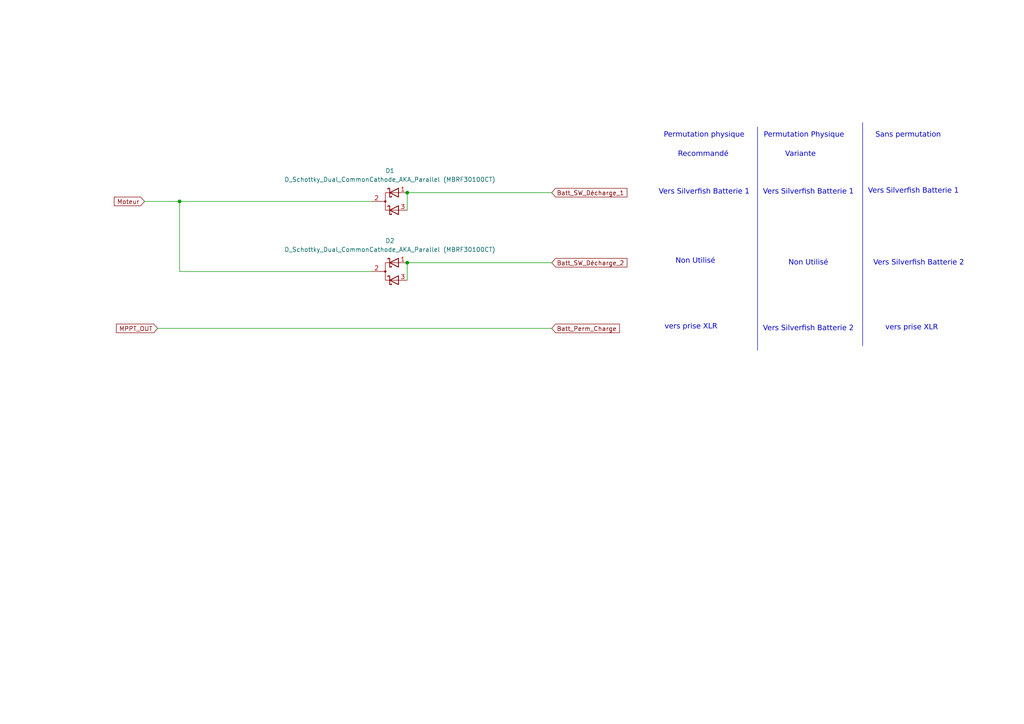
<source format=kicad_sch>
(kicad_sch (version 20231120) (generator "eeschema") (generator_version "8.0")
  (paper "A4")
  (title_block (title "Vhelio - Raccordement Deux Batteries - Options") (date "2024-12-27"))
  (lib_symbols
    (symbol "Device:D_Schottky_Dual_CommonCathode_AKA_Parallel" (pin_names (offset 0.762) hide)
      (property "Reference" "D" (at 0 5.08 0))
      (property "Value" "D_Schottky_Dual_CommonCathode_AKA_Parallel" (at 0 -5.08 0))
      (symbol "D_Schottky_Dual_CommonCathode_AKA_Parallel_0_1"
        (polyline (pts (xy 1.27 0) (xy 2.54 0)))
        (polyline (pts (xy -2.54 -2.54) (xy 1.27 -2.54) (xy 1.27 2.54) (xy -2.54 2.54)))
        (polyline (pts (xy -2.54 -1.27) (xy 0 -2.54) (xy -2.54 -3.81) (xy -2.54 -1.27) (xy -2.54 -1.27) (xy -2.54 -1.27)) (stroke (width 0.254)))
        (polyline (pts (xy -2.54 3.81) (xy 0 2.54) (xy -2.54 1.27) (xy -2.54 3.81) (xy -2.54 3.81) (xy -2.54 3.81)) (stroke (width 0.254)))
        (polyline (pts (xy 0.508 -1.524) (xy 0.508 -1.27) (xy 0 -1.27) (xy 0 -3.81) (xy -0.508 -3.81) (xy -0.508 -3.556)) (stroke (width 0.254)))
        (polyline (pts (xy 0.508 3.556) (xy 0.508 3.81) (xy 0 3.81) (xy 0 1.27) (xy -0.508 1.27) (xy -0.508 1.524)) (stroke (width 0.254)))
        (circle (center 1.27 0) (radius 0.254) (fill (type outline)))
        (pin passive line (at -5.08 2.54 0) (length 2.54) (name "K") (number "1"))
        (pin passive line (at 5.08 0 180) (length 2.54) (name "A") (number "2"))
        (pin passive line (at -5.08 -2.54 0) (length 2.54) (name "K") (number "3"))
      )
    )
  )
  (junction (at 118.11 55.88))
  (junction (at 52.07 58.42))
  (junction (at 118.11 76.2))
  (polyline (pts (xy 250.19 35.56) (xy 250.19 100.33)))
  (wire (pts (xy 45.72 95.25) (xy 160.02 95.25)))
  (polyline (pts (xy 219.71 36.83) (xy 219.71 101.6)))
  (wire (pts (xy 107.95 58.42) (xy 52.07 58.42)))
  (wire (pts (xy 118.11 76.2) (xy 160.02 76.2)))
  (wire (pts (xy 118.11 55.88) (xy 118.11 60.96)))
  (wire (pts (xy 52.07 58.42) (xy 41.91 58.42)))
  (wire (pts (xy 52.07 58.42) (xy 52.07 78.74)))
  (wire (pts (xy 118.11 76.2) (xy 118.11 81.28)))
  (wire (pts (xy 118.11 55.88) (xy 160.02 55.88)))
  (wire (pts (xy 52.07 78.74) (xy 107.95 78.74)))
  (text "Permutation Physique" (at 233.172 39.624 0) (effects (font (size 1.524 1.524))))
  (text "Vers Silverfish Batterie 2" (at 266.446 76.708 0) (effects (font (size 1.524 1.524))))
  (text "vers prise XLR" (at 200.406 95.25 0) (effects (font (size 1.524 1.524))))
  (text "Vers Silverfish Batterie 1" (at 204.216 56.134 0) (effects (font (size 1.524 1.524))))
  (text "Non Utilisé" (at 201.676 76.2 0) (effects (font (size 1.524 1.524))))
  (text "Non Utilisé" (at 234.442 76.708 0) (effects (font (size 1.524 1.524))))
  (text "Recommandé" (at 203.962 45.212 0) (effects (font (size 1.524 1.524))))
  (text "Sans permutation" (at 263.398 39.624 0) (effects (font (size 1.524 1.524))))
  (text "Vers Silverfish Batterie 1" (at 234.442 56.134 0) (effects (font (size 1.524 1.524))))
  (text "Vers Silverfish Batterie 1" (at 264.922 55.88 0) (effects (font (size 1.524 1.524))))
  (text "Permutation physique" (at 204.216 39.624 0) (effects (font (size 1.524 1.524))))
  (text "Vers Silverfish Batterie 2" (at 234.442 95.758 0) (effects (font (size 1.524 1.524))))
  (text "Variante" (at 232.156 45.212 0) (effects (font (size 1.524 1.524))))
  (text "vers prise XLR" (at 264.414 95.504 0) (effects (font (size 1.524 1.524))))
  (global_label "Moteur" (shape input) (at 41.91 58.42 180) (property "Intersheetrefs" "${INTERSHEET_REFS}" (effects (hide yes))))
  (global_label "Batt_SW_Décharge_2" (shape input) (at 160.02 76.2 0) (property "Intersheetrefs" "${INTERSHEET_REFS}" (effects (hide yes))))
  (global_label "MPPT_OUT" (shape input) (at 45.72 95.25 180) (property "Intersheetrefs" "${INTERSHEET_REFS}" (effects (hide yes))))
  (global_label "Batt_SW_Décharge_1" (shape input) (at 160.02 55.88 0) (property "Intersheetrefs" "${INTERSHEET_REFS}" (effects (hide yes))))
  (global_label "Batt_Perm_Charge" (shape input) (at 160.02 95.25 0) (property "Intersheetrefs" "${INTERSHEET_REFS}" (effects (hide yes))))
  (symbol (lib_id "Device:D_Schottky_Dual_CommonCathode_AKA_Parallel") (at 113.03 58.42 0) (mirror y) (unit 1)
    (property "Reference" "D1" (at 113.0935 49.53 0))
    (property "Value" "D_Schottky_Dual_CommonCathode_AKA_Parallel (MBRF30100CT)" (at 113.0935 52.07 0))
    (property "Footprint" "Package_TO_SOT_THT:TO-220F-3_Vertical" (effects (hide yes)))
    (property "Description" "Dual Schottky diode, common anode on pin 1" (effects (hide yes)))
  )
  (symbol (lib_id "Device:D_Schottky_Dual_CommonCathode_AKA_Parallel") (at 113.03 78.74 0) (mirror y) (unit 1)
    (property "Reference" "D2" (at 113.0935 69.85 0))
    (property "Value" "D_Schottky_Dual_CommonCathode_AKA_Parallel (MBRF30100CT)" (at 113.0935 72.39 0))
    (property "Footprint" "Package_TO_SOT_THT:TO-220F-3_Vertical" (effects (hide yes)))
    (property "Description" "Dual Schottky diode, common anode on pin 1" (effects (hide yes)))
  )
)
</source>
